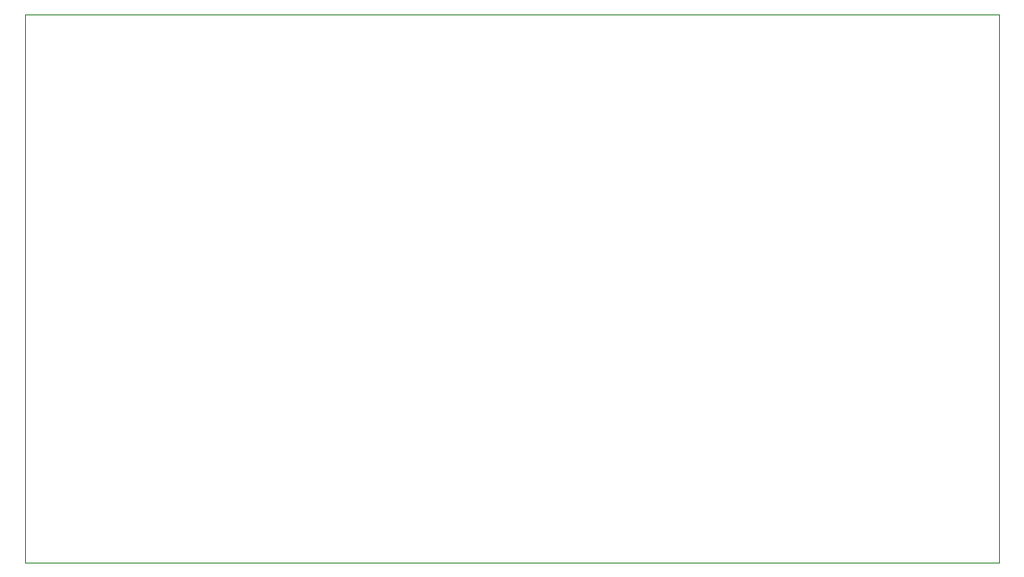
<source format=gbr>
%TF.GenerationSoftware,KiCad,Pcbnew,(6.0.9)*%
%TF.CreationDate,2022-12-19T09:49:19-08:00*%
%TF.ProjectId,TinyG-SuperPid-Integrator,54696e79-472d-4537-9570-65725069642d,rev?*%
%TF.SameCoordinates,Original*%
%TF.FileFunction,Profile,NP*%
%FSLAX46Y46*%
G04 Gerber Fmt 4.6, Leading zero omitted, Abs format (unit mm)*
G04 Created by KiCad (PCBNEW (6.0.9)) date 2022-12-19 09:49:19*
%MOMM*%
%LPD*%
G01*
G04 APERTURE LIST*
%TA.AperFunction,Profile*%
%ADD10C,0.100000*%
%TD*%
G04 APERTURE END LIST*
D10*
X24765000Y-93345000D02*
X110490000Y-93345000D01*
X110490000Y-93345000D02*
X110490000Y-45085000D01*
X110490000Y-45085000D02*
X24765000Y-45085000D01*
X24765000Y-45085000D02*
X24765000Y-93345000D01*
M02*

</source>
